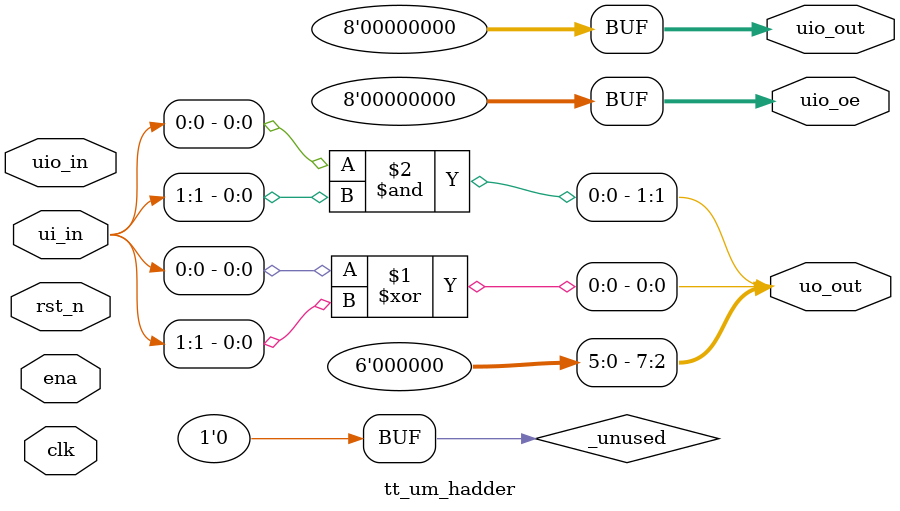
<source format=v>
/*
 * Copyright (c) 2024 Your Name
 * SPDX-License-Identifier: Apache-2.0
 */

`default_nettype none

module tt_um_hadder (
    input  wire [7:0] ui_in,    // Dedicated inputs
    output wire [7:0] uo_out,   // Dedicated outputs
    input  wire [7:0] uio_in,   // IOs: Input path
    output wire [7:0] uio_out,  // IOs: Output path
    output wire [7:0] uio_oe,   // IOs: Enable path (active high: 0=input, 1=output)
    input  wire       ena,      // always 1 when the design is powered, so you can ignore it
    input  wire       clk,      // clock
    input  wire       rst_n     // reset_n - low to reset
);

  // All output pins must be assigned. If not used, assign to 0.
  //assign uo_out  = ui_in + uio_in;  // Example: ou_out is the sum of ui_in and uio_in
   
    assign uo_out[0] = ui_in[0] ^ ui_in[1];
    assign uo_out[1]=ui_in[0] & ui_in[1];
  assign uio_oe  = 0;
  assign uio_out  = 0;
    
    assign uo_out[7:2]=6'b0;
    
  // List all unused inputs to prevent warnings
  wire _unused = &{ena, clk, rst_n, 1'b0};

endmodule

</source>
